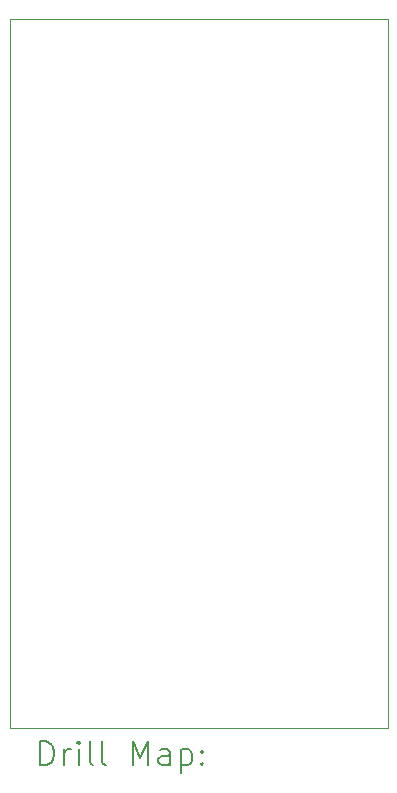
<source format=gbr>
%TF.GenerationSoftware,KiCad,Pcbnew,8.0.5*%
%TF.CreationDate,2024-10-23T12:28:58+01:00*%
%TF.ProjectId,PLCC to DIP 44 True,504c4343-2074-46f2-9044-495020343420,rev?*%
%TF.SameCoordinates,Original*%
%TF.FileFunction,Drillmap*%
%TF.FilePolarity,Positive*%
%FSLAX45Y45*%
G04 Gerber Fmt 4.5, Leading zero omitted, Abs format (unit mm)*
G04 Created by KiCad (PCBNEW 8.0.5) date 2024-10-23 12:28:58*
%MOMM*%
%LPD*%
G01*
G04 APERTURE LIST*
%ADD10C,0.050000*%
%ADD11C,0.200000*%
G04 APERTURE END LIST*
D10*
X11400000Y-5300000D02*
X14600000Y-5300000D01*
X14600000Y-11300000D01*
X11400000Y-11300000D01*
X11400000Y-5300000D01*
X11400000Y-5300000D02*
X14600000Y-5300000D01*
X14600000Y-11300000D01*
X11400000Y-11300000D01*
X11400000Y-5300000D01*
D11*
X11658277Y-11613984D02*
X11658277Y-11413984D01*
X11658277Y-11413984D02*
X11705896Y-11413984D01*
X11705896Y-11413984D02*
X11734467Y-11423508D01*
X11734467Y-11423508D02*
X11753515Y-11442555D01*
X11753515Y-11442555D02*
X11763039Y-11461603D01*
X11763039Y-11461603D02*
X11772562Y-11499698D01*
X11772562Y-11499698D02*
X11772562Y-11528269D01*
X11772562Y-11528269D02*
X11763039Y-11566365D01*
X11763039Y-11566365D02*
X11753515Y-11585412D01*
X11753515Y-11585412D02*
X11734467Y-11604460D01*
X11734467Y-11604460D02*
X11705896Y-11613984D01*
X11705896Y-11613984D02*
X11658277Y-11613984D01*
X11858277Y-11613984D02*
X11858277Y-11480650D01*
X11858277Y-11518746D02*
X11867801Y-11499698D01*
X11867801Y-11499698D02*
X11877324Y-11490174D01*
X11877324Y-11490174D02*
X11896372Y-11480650D01*
X11896372Y-11480650D02*
X11915420Y-11480650D01*
X11982086Y-11613984D02*
X11982086Y-11480650D01*
X11982086Y-11413984D02*
X11972562Y-11423508D01*
X11972562Y-11423508D02*
X11982086Y-11433031D01*
X11982086Y-11433031D02*
X11991610Y-11423508D01*
X11991610Y-11423508D02*
X11982086Y-11413984D01*
X11982086Y-11413984D02*
X11982086Y-11433031D01*
X12105896Y-11613984D02*
X12086848Y-11604460D01*
X12086848Y-11604460D02*
X12077324Y-11585412D01*
X12077324Y-11585412D02*
X12077324Y-11413984D01*
X12210658Y-11613984D02*
X12191610Y-11604460D01*
X12191610Y-11604460D02*
X12182086Y-11585412D01*
X12182086Y-11585412D02*
X12182086Y-11413984D01*
X12439229Y-11613984D02*
X12439229Y-11413984D01*
X12439229Y-11413984D02*
X12505896Y-11556841D01*
X12505896Y-11556841D02*
X12572562Y-11413984D01*
X12572562Y-11413984D02*
X12572562Y-11613984D01*
X12753515Y-11613984D02*
X12753515Y-11509222D01*
X12753515Y-11509222D02*
X12743991Y-11490174D01*
X12743991Y-11490174D02*
X12724943Y-11480650D01*
X12724943Y-11480650D02*
X12686848Y-11480650D01*
X12686848Y-11480650D02*
X12667801Y-11490174D01*
X12753515Y-11604460D02*
X12734467Y-11613984D01*
X12734467Y-11613984D02*
X12686848Y-11613984D01*
X12686848Y-11613984D02*
X12667801Y-11604460D01*
X12667801Y-11604460D02*
X12658277Y-11585412D01*
X12658277Y-11585412D02*
X12658277Y-11566365D01*
X12658277Y-11566365D02*
X12667801Y-11547317D01*
X12667801Y-11547317D02*
X12686848Y-11537793D01*
X12686848Y-11537793D02*
X12734467Y-11537793D01*
X12734467Y-11537793D02*
X12753515Y-11528269D01*
X12848753Y-11480650D02*
X12848753Y-11680650D01*
X12848753Y-11490174D02*
X12867801Y-11480650D01*
X12867801Y-11480650D02*
X12905896Y-11480650D01*
X12905896Y-11480650D02*
X12924943Y-11490174D01*
X12924943Y-11490174D02*
X12934467Y-11499698D01*
X12934467Y-11499698D02*
X12943991Y-11518746D01*
X12943991Y-11518746D02*
X12943991Y-11575888D01*
X12943991Y-11575888D02*
X12934467Y-11594936D01*
X12934467Y-11594936D02*
X12924943Y-11604460D01*
X12924943Y-11604460D02*
X12905896Y-11613984D01*
X12905896Y-11613984D02*
X12867801Y-11613984D01*
X12867801Y-11613984D02*
X12848753Y-11604460D01*
X13029705Y-11594936D02*
X13039229Y-11604460D01*
X13039229Y-11604460D02*
X13029705Y-11613984D01*
X13029705Y-11613984D02*
X13020182Y-11604460D01*
X13020182Y-11604460D02*
X13029705Y-11594936D01*
X13029705Y-11594936D02*
X13029705Y-11613984D01*
X13029705Y-11490174D02*
X13039229Y-11499698D01*
X13039229Y-11499698D02*
X13029705Y-11509222D01*
X13029705Y-11509222D02*
X13020182Y-11499698D01*
X13020182Y-11499698D02*
X13029705Y-11490174D01*
X13029705Y-11490174D02*
X13029705Y-11509222D01*
M02*

</source>
